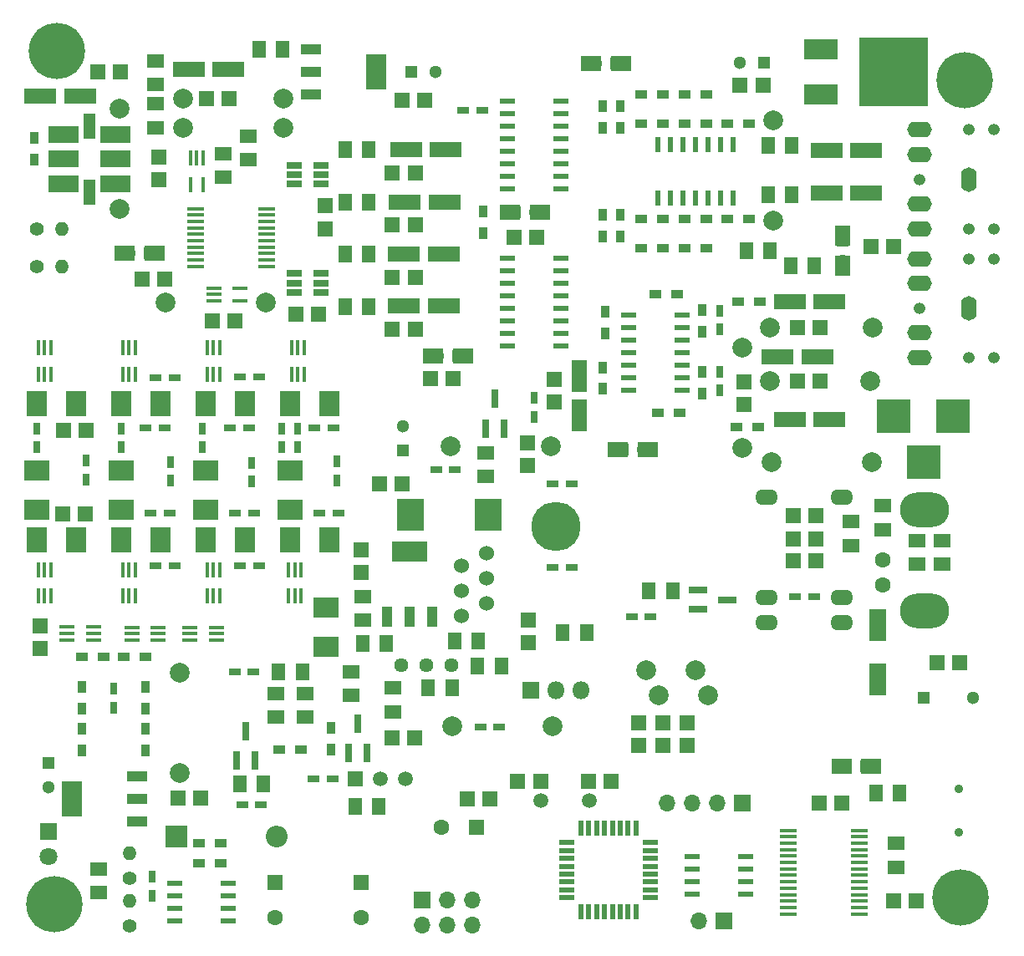
<source format=gts>
G04 #@! TF.FileFunction,Soldermask,Top*
%FSLAX46Y46*%
G04 Gerber Fmt 4.6, Leading zero omitted, Abs format (unit mm)*
G04 Created by KiCad (PCBNEW 4.0.3+e1-6302~38~ubuntu14.04.1-stable) date Wed Jul 12 07:56:50 2017*
%MOMM*%
%LPD*%
G01*
G04 APERTURE LIST*
%ADD10C,0.100000*%
%ADD11C,2.000000*%
%ADD12R,2.500000X2.000000*%
%ADD13C,0.900000*%
%ADD14R,1.750000X0.450000*%
%ADD15R,1.300000X1.300000*%
%ADD16C,1.300000*%
%ADD17R,2.148840X1.501140*%
%ADD18R,0.900000X1.200000*%
%ADD19R,1.500000X0.600000*%
%ADD20O,1.600000X2.500000*%
%ADD21O,1.200000X1.200000*%
%ADD22O,2.500000X1.600000*%
%ADD23R,1.600000X1.600000*%
%ADD24C,1.998980*%
%ADD25R,1.700000X1.400000*%
%ADD26R,1.400000X1.700000*%
%ADD27R,0.750000X1.200000*%
%ADD28R,1.200000X0.900000*%
%ADD29R,1.200000X0.750000*%
%ADD30C,5.700000*%
%ADD31R,0.600000X1.500000*%
%ADD32R,3.500120X3.500120*%
%ADD33R,1.560000X0.650000*%
%ADD34R,2.032000X3.657600*%
%ADD35R,2.032000X1.016000*%
%ADD36R,0.550000X1.600000*%
%ADD37R,1.600000X0.550000*%
%ADD38R,2.000000X2.500000*%
%ADD39R,1.500000X0.400000*%
%ADD40R,0.400000X1.500000*%
%ADD41R,1.550000X0.600000*%
%ADD42C,1.500000*%
%ADD43R,1.700000X1.700000*%
%ADD44O,1.700000X1.700000*%
%ADD45R,0.800000X1.900000*%
%ADD46R,3.200000X1.500000*%
%ADD47R,1.500000X3.200000*%
%ADD48R,3.500000X2.000000*%
%ADD49R,7.000000X7.000000*%
%ADD50R,1.800000X1.800000*%
%ADD51C,1.800000*%
%ADD52O,2.300000X1.600000*%
%ADD53O,5.001260X3.500120*%
%ADD54C,1.600200*%
%ADD55O,5.000000X5.000000*%
%ADD56O,1.800000X1.800000*%
%ADD57R,3.657600X2.032000*%
%ADD58R,1.016000X2.032000*%
%ADD59R,2.700000X3.200000*%
%ADD60C,1.524000*%
%ADD61C,1.440000*%
%ADD62R,1.900000X0.800000*%
%ADD63C,1.520000*%
%ADD64R,1.520000X1.520000*%
%ADD65R,1.700000X3.300000*%
%ADD66C,1.600000*%
%ADD67C,1.400000*%
%ADD68O,1.400000X1.400000*%
%ADD69R,3.150000X1.700000*%
%ADD70R,1.300000X2.500000*%
%ADD71R,1.300000X2.550000*%
%ADD72R,2.200000X2.200000*%
%ADD73O,2.200000X2.200000*%
%ADD74R,1.501140X2.148840*%
G04 APERTURE END LIST*
D10*
D11*
X115025000Y-99300000D03*
X113755000Y-96760000D03*
X110005000Y-99300000D03*
X108735000Y-96760000D03*
D12*
X76280000Y-90350000D03*
X76280000Y-94350000D03*
D13*
X140350000Y-108800000D03*
X140350000Y-113200000D03*
D14*
X123100000Y-112975000D03*
X123100000Y-113625000D03*
X123100000Y-114275000D03*
X123100000Y-114925000D03*
X123100000Y-115575000D03*
X123100000Y-116225000D03*
X123100000Y-116875000D03*
X123100000Y-117525000D03*
X123100000Y-118175000D03*
X123100000Y-118825000D03*
X123100000Y-119475000D03*
X123100000Y-120125000D03*
X123100000Y-120775000D03*
X123100000Y-121425000D03*
X130300000Y-121425000D03*
X130300000Y-120775000D03*
X130300000Y-120125000D03*
X130300000Y-119475000D03*
X130300000Y-118825000D03*
X130300000Y-118175000D03*
X130300000Y-117525000D03*
X130300000Y-116875000D03*
X130300000Y-116225000D03*
X130300000Y-115575000D03*
X130300000Y-114925000D03*
X130300000Y-114275000D03*
X130300000Y-113625000D03*
X130300000Y-112975000D03*
D15*
X131000000Y-106500000D03*
D16*
X129000000Y-106500000D03*
D17*
X131501140Y-106500000D03*
X128498860Y-106500000D03*
D15*
X84925000Y-36100000D03*
D16*
X87425000Y-36100000D03*
D15*
X48200000Y-106110000D03*
D16*
X48200000Y-108610000D03*
D18*
X104350000Y-66050000D03*
X104350000Y-68250000D03*
X92175000Y-50300000D03*
X92175000Y-52500000D03*
D19*
X100050000Y-63870000D03*
X100050000Y-62600000D03*
X100050000Y-61330000D03*
X100050000Y-60060000D03*
X100050000Y-58790000D03*
X100050000Y-57520000D03*
X100050000Y-56250000D03*
X100050000Y-54980000D03*
X94650000Y-54980000D03*
X94650000Y-56250000D03*
X94650000Y-57520000D03*
X94650000Y-58790000D03*
X94650000Y-60060000D03*
X94650000Y-61330000D03*
X94650000Y-62600000D03*
X94650000Y-63870000D03*
D20*
X141450000Y-60050000D03*
D21*
X136450000Y-60050000D03*
D22*
X136450000Y-55050000D03*
X136450000Y-57550000D03*
X136450000Y-62550000D03*
X136450000Y-65050000D03*
D21*
X141450000Y-55050000D03*
X141450000Y-65050000D03*
X143950000Y-55050000D03*
X143950000Y-65050000D03*
D23*
X85325000Y-56925000D03*
X83025000Y-56925000D03*
X86300000Y-39000000D03*
X84000000Y-39000000D03*
D19*
X112375000Y-68410000D03*
X112375000Y-67140000D03*
X112375000Y-65870000D03*
X112375000Y-64600000D03*
X112375000Y-63330000D03*
X112375000Y-62060000D03*
X112375000Y-60790000D03*
X106975000Y-60790000D03*
X106975000Y-62060000D03*
X106975000Y-63330000D03*
X106975000Y-64600000D03*
X106975000Y-65870000D03*
X106975000Y-67140000D03*
X106975000Y-68410000D03*
D24*
X121250000Y-62000000D03*
X131660000Y-62000000D03*
D23*
X66450000Y-38800000D03*
X64150000Y-38800000D03*
X76250000Y-52000000D03*
X76250000Y-49700000D03*
X85325000Y-46325000D03*
X83025000Y-46325000D03*
X85325000Y-51625000D03*
X83025000Y-51625000D03*
X85325000Y-62225000D03*
X83025000Y-62225000D03*
X59330000Y-47030000D03*
X59330000Y-44730000D03*
X140450000Y-96000000D03*
X138150000Y-96000000D03*
X118250000Y-37500000D03*
X120550000Y-37500000D03*
D15*
X120700000Y-35200000D03*
D16*
X118200000Y-35200000D03*
D23*
X96680000Y-76010000D03*
X96680000Y-73710000D03*
D25*
X59050000Y-37400000D03*
X59050000Y-35000000D03*
D26*
X78250000Y-44000000D03*
X80650000Y-44000000D03*
X78250000Y-59950000D03*
X80650000Y-59950000D03*
D20*
X141450000Y-47000000D03*
D21*
X136450000Y-47000000D03*
D22*
X136450000Y-42000000D03*
X136450000Y-44500000D03*
X136450000Y-49500000D03*
X136450000Y-52000000D03*
D21*
X141450000Y-42000000D03*
X141450000Y-52000000D03*
X143950000Y-42000000D03*
X143950000Y-52000000D03*
D23*
X86880000Y-67180000D03*
X89180000Y-67180000D03*
X99400000Y-69540000D03*
X99400000Y-67240000D03*
X97650000Y-52850000D03*
X95350000Y-52850000D03*
X64800000Y-61325000D03*
X67100000Y-61325000D03*
X57675000Y-57075000D03*
X59975000Y-57075000D03*
X118600000Y-69850000D03*
X118600000Y-67550000D03*
X126350000Y-67450000D03*
X124050000Y-67450000D03*
X126350000Y-62000000D03*
X124050000Y-62000000D03*
D24*
X121600000Y-51200000D03*
X121600000Y-41040000D03*
X121250000Y-67450000D03*
X131410000Y-67450000D03*
D25*
X59050000Y-41750000D03*
X59050000Y-39350000D03*
D26*
X78250000Y-49300000D03*
X80650000Y-49300000D03*
X78250000Y-54600000D03*
X80650000Y-54600000D03*
D24*
X99100000Y-74030000D03*
X88940000Y-74030000D03*
X61850000Y-41800000D03*
X72010000Y-41800000D03*
X72000000Y-38800000D03*
X61840000Y-38800000D03*
X118475000Y-74200000D03*
X118475000Y-64040000D03*
D15*
X58425000Y-54475000D03*
D16*
X56425000Y-54475000D03*
D17*
X58926140Y-54475000D03*
X55923860Y-54475000D03*
D18*
X114400000Y-60275000D03*
X114400000Y-62475000D03*
D27*
X116200000Y-60325000D03*
X116200000Y-62225000D03*
X116200000Y-68375000D03*
X116200000Y-66475000D03*
D18*
X114400000Y-66475000D03*
X114400000Y-68675000D03*
X104575000Y-62600000D03*
X104575000Y-60400000D03*
D28*
X111875000Y-58675000D03*
X109675000Y-58675000D03*
X109900000Y-70650000D03*
X112100000Y-70650000D03*
D29*
X90200000Y-40050000D03*
X92100000Y-40050000D03*
D28*
X108200000Y-54000000D03*
X110400000Y-54000000D03*
X114800000Y-54000000D03*
X112600000Y-54000000D03*
X116900000Y-51000000D03*
X119100000Y-51000000D03*
X114800000Y-38400000D03*
X112600000Y-38400000D03*
X120100000Y-72100000D03*
X117900000Y-72100000D03*
X120200000Y-59400000D03*
X118000000Y-59400000D03*
D27*
X97420000Y-71050000D03*
X97420000Y-69150000D03*
D25*
X65900000Y-46800000D03*
X65900000Y-44400000D03*
X68400000Y-45000000D03*
X68400000Y-42600000D03*
D23*
X133810000Y-53780000D03*
X131510000Y-53780000D03*
D26*
X123450000Y-43600000D03*
X121050000Y-43600000D03*
D25*
X92450000Y-74740000D03*
X92450000Y-77140000D03*
D26*
X123450000Y-48600000D03*
X121050000Y-48600000D03*
D30*
X140600000Y-119800000D03*
X48800000Y-120450000D03*
X49000000Y-34000000D03*
X141000000Y-37000000D03*
D18*
X106100000Y-41800000D03*
X106100000Y-39600000D03*
D28*
X108200000Y-38400000D03*
X110400000Y-38400000D03*
X110400000Y-41400000D03*
X108200000Y-41400000D03*
X112600000Y-41400000D03*
X114800000Y-41400000D03*
X116900000Y-41400000D03*
X119100000Y-41400000D03*
D18*
X104300000Y-39600000D03*
X104300000Y-41800000D03*
X106100000Y-50600000D03*
X106100000Y-52800000D03*
D28*
X110400000Y-51000000D03*
X108200000Y-51000000D03*
X112600000Y-51000000D03*
X114800000Y-51000000D03*
D18*
X104300000Y-52800000D03*
X104300000Y-50600000D03*
D31*
X109890000Y-48900000D03*
X111160000Y-48900000D03*
X112430000Y-48900000D03*
X113700000Y-48900000D03*
X114970000Y-48900000D03*
X116240000Y-48900000D03*
X117510000Y-48900000D03*
X117510000Y-43500000D03*
X116240000Y-43500000D03*
X114970000Y-43500000D03*
X113700000Y-43500000D03*
X112430000Y-43500000D03*
X111160000Y-43500000D03*
X109890000Y-43500000D03*
D15*
X136850000Y-99550000D03*
D16*
X141850000Y-99550000D03*
D32*
X133799860Y-71000000D03*
X139799340Y-71000000D03*
X136799600Y-75699000D03*
D33*
X75750000Y-47500000D03*
X75750000Y-46550000D03*
X75750000Y-45600000D03*
X73050000Y-45600000D03*
X73050000Y-47500000D03*
X73050000Y-46550000D03*
X75750000Y-58450000D03*
X75750000Y-57500000D03*
X75750000Y-56550000D03*
X73050000Y-56550000D03*
X73050000Y-58450000D03*
X73050000Y-57500000D03*
D27*
X47000000Y-74150000D03*
X47000000Y-72250000D03*
D23*
X49650000Y-80875000D03*
X51950000Y-80875000D03*
X49700000Y-72450000D03*
X52000000Y-72450000D03*
D27*
X55550000Y-74150000D03*
X55550000Y-72250000D03*
X73430000Y-74150000D03*
X73430000Y-72250000D03*
X71790000Y-74150000D03*
X71790000Y-72250000D03*
X63750000Y-74150000D03*
X63750000Y-72250000D03*
D24*
X70175000Y-59450000D03*
X60015000Y-59450000D03*
D26*
X71900000Y-33800000D03*
X69500000Y-33800000D03*
D34*
X81402000Y-36100000D03*
D35*
X74798000Y-36100000D03*
X74798000Y-38386000D03*
X74798000Y-33814000D03*
D14*
X70300000Y-55825000D03*
X70300000Y-55175000D03*
X70300000Y-54525000D03*
X70300000Y-53875000D03*
X70300000Y-53225000D03*
X70300000Y-52575000D03*
X70300000Y-51925000D03*
X70300000Y-51275000D03*
X70300000Y-50625000D03*
X70300000Y-49975000D03*
X63100000Y-49975000D03*
X63100000Y-50625000D03*
X63100000Y-51275000D03*
X63100000Y-51925000D03*
X63100000Y-52575000D03*
X63100000Y-53225000D03*
X63100000Y-53875000D03*
X63100000Y-54525000D03*
X63100000Y-55175000D03*
X63100000Y-55825000D03*
D36*
X107700000Y-112750000D03*
X106900000Y-112750000D03*
X106100000Y-112750000D03*
X105300000Y-112750000D03*
X104500000Y-112750000D03*
X103700000Y-112750000D03*
X102900000Y-112750000D03*
X102100000Y-112750000D03*
D37*
X100650000Y-114200000D03*
X100650000Y-115000000D03*
X100650000Y-115800000D03*
X100650000Y-116600000D03*
X100650000Y-117400000D03*
X100650000Y-118200000D03*
X100650000Y-119000000D03*
X100650000Y-119800000D03*
D36*
X102100000Y-121250000D03*
X102900000Y-121250000D03*
X103700000Y-121250000D03*
X104500000Y-121250000D03*
X105300000Y-121250000D03*
X106100000Y-121250000D03*
X106900000Y-121250000D03*
X107700000Y-121250000D03*
D37*
X109150000Y-119800000D03*
X109150000Y-119000000D03*
X109150000Y-118200000D03*
X109150000Y-117400000D03*
X109150000Y-116600000D03*
X109150000Y-115800000D03*
X109150000Y-115000000D03*
X109150000Y-114200000D03*
D12*
X47000000Y-80500000D03*
X47000000Y-76500000D03*
D38*
X47000000Y-83500000D03*
X51000000Y-83500000D03*
X47000000Y-69700000D03*
X51000000Y-69700000D03*
D12*
X55550000Y-80500000D03*
X55550000Y-76500000D03*
D38*
X55550000Y-83500000D03*
X59550000Y-83500000D03*
X55550000Y-69700000D03*
X59550000Y-69700000D03*
D12*
X72650000Y-80500000D03*
X72650000Y-76500000D03*
D38*
X72650000Y-83500000D03*
X76650000Y-83500000D03*
X72650000Y-69700000D03*
X76650000Y-69700000D03*
D12*
X64100000Y-80500000D03*
X64100000Y-76500000D03*
D38*
X64100000Y-83500000D03*
X68100000Y-83500000D03*
X64100000Y-69700000D03*
X68100000Y-69700000D03*
D39*
X64920000Y-58010000D03*
X64920000Y-58660000D03*
X64920000Y-59310000D03*
X67580000Y-59310000D03*
X67580000Y-58010000D03*
D40*
X63850000Y-44870000D03*
X63200000Y-44870000D03*
X62550000Y-44870000D03*
X62550000Y-47530000D03*
X63850000Y-47530000D03*
D41*
X118800000Y-119405000D03*
X118800000Y-118135000D03*
X118800000Y-116865000D03*
X118800000Y-115595000D03*
X113400000Y-115595000D03*
X113400000Y-116865000D03*
X113400000Y-118135000D03*
X113400000Y-119405000D03*
D23*
X47330000Y-94550000D03*
X47330000Y-92250000D03*
D42*
X98050000Y-109925000D03*
X102930000Y-109925000D03*
D43*
X86000000Y-120000000D03*
D44*
X86000000Y-122540000D03*
X88540000Y-120000000D03*
X88540000Y-122540000D03*
X91080000Y-120000000D03*
X91080000Y-122540000D03*
D23*
X126250000Y-110200000D03*
X128550000Y-110200000D03*
X136050000Y-120100000D03*
X133750000Y-120100000D03*
D25*
X134000000Y-114300000D03*
X134000000Y-116700000D03*
D26*
X132000000Y-109200000D03*
X134400000Y-109200000D03*
D45*
X92470000Y-72250000D03*
X94370000Y-72250000D03*
X93420000Y-69250000D03*
D23*
X73250000Y-60700000D03*
X75550000Y-60700000D03*
D29*
X59950000Y-72150000D03*
X58050000Y-72150000D03*
X60950000Y-67130000D03*
X59050000Y-67130000D03*
X60950000Y-86180000D03*
X59050000Y-86180000D03*
X60450000Y-80830000D03*
X58550000Y-80830000D03*
X69500000Y-67060000D03*
X67600000Y-67060000D03*
X68500000Y-72150000D03*
X66600000Y-72150000D03*
X77050000Y-72150000D03*
X75150000Y-72150000D03*
X69500000Y-86180000D03*
X67600000Y-86180000D03*
X69000000Y-80830000D03*
X67100000Y-80830000D03*
X77550000Y-80830000D03*
X75650000Y-80830000D03*
D23*
X105200000Y-107975000D03*
X102900000Y-107975000D03*
X95725000Y-107975000D03*
X98025000Y-107975000D03*
D46*
X122050000Y-64950000D03*
X126050000Y-64950000D03*
D47*
X101990000Y-66920000D03*
X101990000Y-70920000D03*
D46*
X88400000Y-44000000D03*
X84400000Y-44000000D03*
X88300000Y-49300000D03*
X84300000Y-49300000D03*
X88200000Y-54600000D03*
X84200000Y-54600000D03*
X88200000Y-59800000D03*
X84200000Y-59800000D03*
X62400000Y-35900000D03*
X66400000Y-35900000D03*
D34*
X50598000Y-109800000D03*
D35*
X57202000Y-109800000D03*
X57202000Y-107514000D03*
X57202000Y-112086000D03*
D48*
X126425000Y-33800000D03*
X126425000Y-38380000D03*
D49*
X133825000Y-36100000D03*
D23*
X63634000Y-109728000D03*
X61334000Y-109728000D03*
X90575000Y-109775000D03*
X92875000Y-109775000D03*
D24*
X61500000Y-97000000D03*
X61500000Y-107160000D03*
D46*
X127000000Y-44100000D03*
X131000000Y-44100000D03*
X127000000Y-48400000D03*
X131000000Y-48400000D03*
D28*
X55780000Y-95360000D03*
X57980000Y-95360000D03*
X53780000Y-95360000D03*
X51580000Y-95360000D03*
D18*
X57990000Y-100660000D03*
X57990000Y-98460000D03*
X51590000Y-100660000D03*
X51590000Y-98460000D03*
X57990000Y-104890000D03*
X57990000Y-102690000D03*
X51590000Y-104890000D03*
X51590000Y-102690000D03*
D46*
X123250000Y-71350000D03*
X127250000Y-71350000D03*
X123250000Y-59400000D03*
X127250000Y-59400000D03*
D19*
X100050000Y-47970000D03*
X100050000Y-46700000D03*
X100050000Y-45430000D03*
X100050000Y-44160000D03*
X100050000Y-42890000D03*
X100050000Y-41620000D03*
X100050000Y-40350000D03*
X100050000Y-39080000D03*
X94650000Y-39080000D03*
X94650000Y-40350000D03*
X94650000Y-41620000D03*
X94650000Y-42890000D03*
X94650000Y-44160000D03*
X94650000Y-45430000D03*
X94650000Y-46700000D03*
X94650000Y-47970000D03*
D26*
X118850000Y-54240000D03*
X121250000Y-54240000D03*
X125750000Y-55750000D03*
X123350000Y-55750000D03*
D23*
X55450000Y-36130000D03*
X53150000Y-36130000D03*
D50*
X48190000Y-113070000D03*
D51*
X48190000Y-115610000D03*
D25*
X53300000Y-119300000D03*
X53300000Y-116900000D03*
D43*
X116600000Y-122100000D03*
D44*
X114060000Y-122100000D03*
D43*
X118450000Y-110175000D03*
D44*
X115910000Y-110175000D03*
X113370000Y-110175000D03*
X110830000Y-110175000D03*
D46*
X51375000Y-38600000D03*
X47375000Y-38600000D03*
D39*
X65170000Y-93690000D03*
X65170000Y-93040000D03*
X65170000Y-92390000D03*
X62510000Y-92390000D03*
X62510000Y-93040000D03*
X62510000Y-93690000D03*
D40*
X48450000Y-86570000D03*
X47800000Y-86570000D03*
X47150000Y-86570000D03*
X47150000Y-89230000D03*
X47800000Y-89230000D03*
X48450000Y-89230000D03*
X47150000Y-66755000D03*
X47800000Y-66755000D03*
X48450000Y-66755000D03*
X48450000Y-64095000D03*
X47800000Y-64095000D03*
X47150000Y-64095000D03*
X57000000Y-86570000D03*
X56350000Y-86570000D03*
X55700000Y-86570000D03*
X55700000Y-89230000D03*
X56350000Y-89230000D03*
X57000000Y-89230000D03*
X55700000Y-66755000D03*
X56350000Y-66755000D03*
X57000000Y-66755000D03*
X57000000Y-64095000D03*
X56350000Y-64095000D03*
X55700000Y-64095000D03*
X73800000Y-86540000D03*
X73150000Y-86540000D03*
X72500000Y-86540000D03*
X72500000Y-89200000D03*
X73150000Y-89200000D03*
X73800000Y-89200000D03*
X72800000Y-66755000D03*
X73450000Y-66755000D03*
X74100000Y-66755000D03*
X74100000Y-64095000D03*
X73450000Y-64095000D03*
X72800000Y-64095000D03*
X65550000Y-86570000D03*
X64900000Y-86570000D03*
X64250000Y-86570000D03*
X64250000Y-89230000D03*
X64900000Y-89230000D03*
X65550000Y-89230000D03*
X64250000Y-66755000D03*
X64900000Y-66755000D03*
X65550000Y-66755000D03*
X65550000Y-64095000D03*
X64900000Y-64095000D03*
X64250000Y-64095000D03*
D39*
X56660000Y-92390000D03*
X56660000Y-93040000D03*
X56660000Y-93690000D03*
X59320000Y-93690000D03*
X59320000Y-93040000D03*
X59320000Y-92390000D03*
X52740000Y-93660000D03*
X52740000Y-93010000D03*
X52740000Y-92360000D03*
X50080000Y-92360000D03*
X50080000Y-93010000D03*
X50080000Y-93660000D03*
D52*
X120904000Y-79248000D03*
X120904000Y-89408000D03*
X128524000Y-79248000D03*
X128524000Y-89408000D03*
X120904000Y-91948000D03*
X128524000Y-91948000D03*
D53*
X136931400Y-90695780D03*
X136931400Y-80497680D03*
D54*
X132666740Y-85598000D03*
X132666740Y-88097360D03*
D25*
X136200000Y-86000000D03*
X136200000Y-83600000D03*
X132675000Y-82500000D03*
X132675000Y-80100000D03*
X138675000Y-86000000D03*
X138675000Y-83600000D03*
X129500000Y-84100000D03*
X129500000Y-81700000D03*
D23*
X125900000Y-81050000D03*
X123600000Y-81050000D03*
X125900000Y-83425000D03*
X123600000Y-83425000D03*
X125900000Y-85650000D03*
X123600000Y-85650000D03*
D55*
X99590000Y-82140000D03*
D50*
X97050000Y-98800000D03*
D56*
X99590000Y-98800000D03*
X102130000Y-98800000D03*
D23*
X110450000Y-102090000D03*
X110450000Y-104390000D03*
X112850000Y-102100000D03*
X112850000Y-104400000D03*
X107975000Y-102100000D03*
X107975000Y-104400000D03*
X79880000Y-84520000D03*
X79880000Y-86820000D03*
X96800000Y-93950000D03*
X96800000Y-91650000D03*
D57*
X84800000Y-84698000D03*
D58*
X84800000Y-91302000D03*
X87086000Y-91302000D03*
X82514000Y-91302000D03*
D23*
X84020000Y-77870000D03*
X81720000Y-77870000D03*
D29*
X101150000Y-86300000D03*
X99250000Y-86300000D03*
X101150000Y-77900000D03*
X99250000Y-77900000D03*
D24*
X99250000Y-102450000D03*
X89090000Y-102450000D03*
D59*
X84850000Y-81000000D03*
X92750000Y-81000000D03*
D26*
X82400000Y-94000000D03*
X80000000Y-94000000D03*
X100300000Y-92900000D03*
X102700000Y-92900000D03*
X89300000Y-93800000D03*
X91700000Y-93800000D03*
D25*
X80020000Y-91670000D03*
X80020000Y-89270000D03*
D60*
X90000000Y-91200000D03*
X92540000Y-89930000D03*
X90000000Y-88660000D03*
X92540000Y-87390000D03*
X90000000Y-86120000D03*
X92540000Y-84850000D03*
D29*
X67050000Y-96900000D03*
X68950000Y-96900000D03*
D23*
X85300000Y-103575000D03*
X83000000Y-103575000D03*
D45*
X78550000Y-105150000D03*
X80450000Y-105150000D03*
X79500000Y-102150000D03*
D26*
X94050000Y-96350000D03*
X91650000Y-96350000D03*
X71500000Y-96900000D03*
X73900000Y-96900000D03*
D25*
X74200000Y-99100000D03*
X74200000Y-101500000D03*
X71200000Y-99100000D03*
X71200000Y-101500000D03*
X78800000Y-96900000D03*
X78800000Y-99300000D03*
X83050000Y-98550000D03*
X83050000Y-100950000D03*
D26*
X89050000Y-98550000D03*
X86650000Y-98550000D03*
D61*
X89000000Y-96250000D03*
X86460000Y-96250000D03*
X83920000Y-96250000D03*
D29*
X93850000Y-102500000D03*
X91950000Y-102500000D03*
X75050000Y-107750000D03*
X76950000Y-107750000D03*
D45*
X67200000Y-105925000D03*
X69100000Y-105925000D03*
X68150000Y-102925000D03*
D62*
X113980000Y-88650000D03*
X113980000Y-90550000D03*
X116980000Y-89600000D03*
D18*
X76800000Y-102600000D03*
X76800000Y-104800000D03*
D26*
X79250000Y-110575000D03*
X81650000Y-110575000D03*
D63*
X81790000Y-107750000D03*
X84330000Y-107750000D03*
D64*
X79250000Y-107750000D03*
D24*
X121400000Y-75700000D03*
X131560000Y-75700000D03*
D26*
X67575000Y-108275000D03*
X69975000Y-108275000D03*
X109000000Y-88700000D03*
X111400000Y-88700000D03*
D15*
X84070000Y-74490000D03*
D16*
X84070000Y-71990000D03*
D29*
X125710000Y-89250000D03*
X123810000Y-89250000D03*
D65*
X132175000Y-97650000D03*
X132175000Y-92150000D03*
D24*
X55372000Y-39878000D03*
X55372000Y-50038000D03*
D41*
X60970000Y-118335000D03*
X60970000Y-119605000D03*
X60970000Y-120875000D03*
X60970000Y-122145000D03*
X66370000Y-122145000D03*
X66370000Y-120875000D03*
X66370000Y-119605000D03*
X66370000Y-118335000D03*
D27*
X58674000Y-117668000D03*
X58674000Y-119568000D03*
D23*
X79840000Y-118260000D03*
D66*
X79840000Y-121760000D03*
D23*
X91500000Y-112650000D03*
D66*
X88000000Y-112650000D03*
D23*
X71140000Y-118260000D03*
D66*
X71140000Y-121760000D03*
D28*
X65616000Y-116332000D03*
X63416000Y-116332000D03*
X65616000Y-114300000D03*
X63416000Y-114300000D03*
D67*
X56388000Y-122682000D03*
D68*
X56388000Y-120142000D03*
D67*
X56388000Y-117856000D03*
D68*
X56388000Y-115316000D03*
D69*
X49724000Y-42458000D03*
X49724000Y-44958000D03*
X49724000Y-47458000D03*
X54924000Y-47458000D03*
X54924000Y-44958000D03*
X54924000Y-42458000D03*
D70*
X52324000Y-41608000D03*
D71*
X52324000Y-48308000D03*
D72*
X61150000Y-113550000D03*
D73*
X71310000Y-113550000D03*
D67*
X46990000Y-52070000D03*
D68*
X49530000Y-52070000D03*
D67*
X46990000Y-55880000D03*
D68*
X49530000Y-55880000D03*
D18*
X46736000Y-42842000D03*
X46736000Y-45042000D03*
D28*
X73800000Y-104800000D03*
X71600000Y-104800000D03*
D27*
X52025000Y-77425000D03*
X52025000Y-75525000D03*
X54800000Y-100525000D03*
X54800000Y-98625000D03*
X60575000Y-77525000D03*
X60575000Y-75625000D03*
X77425000Y-77500000D03*
X77425000Y-75600000D03*
X68725000Y-77625000D03*
X68725000Y-75725000D03*
D29*
X67825000Y-110375000D03*
X69725000Y-110375000D03*
D15*
X106375000Y-74375000D03*
D16*
X108375000Y-74375000D03*
D17*
X105873860Y-74375000D03*
X108876140Y-74375000D03*
D15*
X128600000Y-53225000D03*
D16*
X128600000Y-55225000D03*
D74*
X128600000Y-52723860D03*
X128600000Y-55726140D03*
D15*
X95450000Y-50375000D03*
D16*
X97450000Y-50375000D03*
D17*
X94948860Y-50375000D03*
X97951140Y-50375000D03*
D15*
X89680000Y-64900000D03*
D16*
X87680000Y-64900000D03*
D17*
X90181140Y-64900000D03*
X87178860Y-64900000D03*
D29*
X87442000Y-76454000D03*
X89342000Y-76454000D03*
D15*
X105648000Y-35306000D03*
D16*
X103648000Y-35306000D03*
D17*
X106149140Y-35306000D03*
X103146860Y-35306000D03*
D29*
X109150000Y-91350000D03*
X107250000Y-91350000D03*
M02*

</source>
